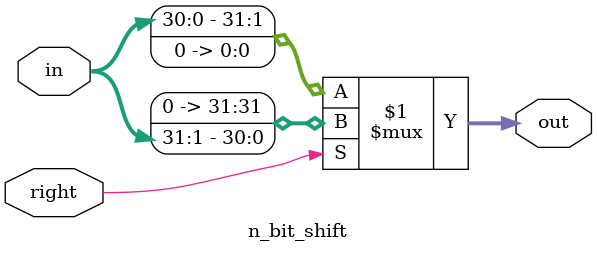
<source format=v>
`timescale 1ns / 1ps

module n_bit_shift #(parameter WIDTH = 32)(out, in, right);

    /*--------- Declare I/O --------------------------*/
    output [WIDTH-1:0] out; // Shifted output
    input [WIDTH-1:0] in;   // N-bit input data
    input right;            // Right shift control signal, when high it shifts to the right, otherwise to the left

    /*--------- Shift operation --------------------------*/
    // If 'right' is high, it will shift to the right by introducing the LSB at the MSB position
    // If 'right' is low, it will shift to the left by pushing the MSB to the LSB position
    assign out = right ? {1'b0, in[WIDTH-1:1]} : {in[WIDTH-2:0], 1'b0};

endmodule

</source>
